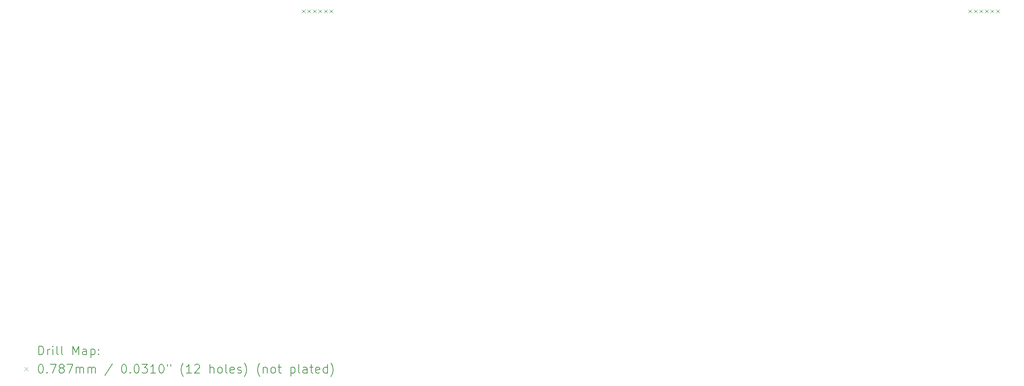
<source format=gbr>
%TF.GenerationSoftware,KiCad,Pcbnew,7.0.1-0*%
%TF.CreationDate,2023-05-15T19:07:50+09:00*%
%TF.ProjectId,Sandy_Plate_Base,53616e64-795f-4506-9c61-74655f426173,v.0*%
%TF.SameCoordinates,Original*%
%TF.FileFunction,Drillmap*%
%TF.FilePolarity,Positive*%
%FSLAX45Y45*%
G04 Gerber Fmt 4.5, Leading zero omitted, Abs format (unit mm)*
G04 Created by KiCad (PCBNEW 7.0.1-0) date 2023-05-15 19:07:50*
%MOMM*%
%LPD*%
G01*
G04 APERTURE LIST*
%ADD10C,0.200000*%
%ADD11C,0.078740*%
G04 APERTURE END LIST*
D10*
D11*
X8004115Y-3653158D02*
X8082855Y-3731898D01*
X8082855Y-3653158D02*
X8004115Y-3731898D01*
X8131115Y-3653158D02*
X8209855Y-3731898D01*
X8209855Y-3653158D02*
X8131115Y-3731898D01*
X8258115Y-3653158D02*
X8336855Y-3731898D01*
X8336855Y-3653158D02*
X8258115Y-3731898D01*
X8385115Y-3653158D02*
X8463855Y-3731898D01*
X8463855Y-3653158D02*
X8385115Y-3731898D01*
X8512115Y-3653158D02*
X8590855Y-3731898D01*
X8590855Y-3653158D02*
X8512115Y-3731898D01*
X8639115Y-3653158D02*
X8717855Y-3731898D01*
X8717855Y-3653158D02*
X8639115Y-3731898D01*
X23267879Y-3653158D02*
X23346619Y-3731898D01*
X23346619Y-3653158D02*
X23267879Y-3731898D01*
X23394879Y-3653158D02*
X23473619Y-3731898D01*
X23473619Y-3653158D02*
X23394879Y-3731898D01*
X23521879Y-3653158D02*
X23600619Y-3731898D01*
X23600619Y-3653158D02*
X23521879Y-3731898D01*
X23648879Y-3653158D02*
X23727619Y-3731898D01*
X23727619Y-3653158D02*
X23648879Y-3731898D01*
X23775879Y-3653158D02*
X23854619Y-3731898D01*
X23854619Y-3653158D02*
X23775879Y-3731898D01*
X23902879Y-3653158D02*
X23981619Y-3731898D01*
X23981619Y-3653158D02*
X23902879Y-3731898D01*
D10*
X1979853Y-11575052D02*
X1979853Y-11375052D01*
X1979853Y-11375052D02*
X2027472Y-11375052D01*
X2027472Y-11375052D02*
X2056044Y-11384576D01*
X2056044Y-11384576D02*
X2075092Y-11403623D01*
X2075092Y-11403623D02*
X2084615Y-11422671D01*
X2084615Y-11422671D02*
X2094139Y-11460766D01*
X2094139Y-11460766D02*
X2094139Y-11489337D01*
X2094139Y-11489337D02*
X2084615Y-11527433D01*
X2084615Y-11527433D02*
X2075092Y-11546480D01*
X2075092Y-11546480D02*
X2056044Y-11565528D01*
X2056044Y-11565528D02*
X2027472Y-11575052D01*
X2027472Y-11575052D02*
X1979853Y-11575052D01*
X2179854Y-11575052D02*
X2179854Y-11441718D01*
X2179854Y-11479814D02*
X2189377Y-11460766D01*
X2189377Y-11460766D02*
X2198901Y-11451242D01*
X2198901Y-11451242D02*
X2217949Y-11441718D01*
X2217949Y-11441718D02*
X2236996Y-11441718D01*
X2303663Y-11575052D02*
X2303663Y-11441718D01*
X2303663Y-11375052D02*
X2294139Y-11384576D01*
X2294139Y-11384576D02*
X2303663Y-11394099D01*
X2303663Y-11394099D02*
X2313187Y-11384576D01*
X2313187Y-11384576D02*
X2303663Y-11375052D01*
X2303663Y-11375052D02*
X2303663Y-11394099D01*
X2427473Y-11575052D02*
X2408425Y-11565528D01*
X2408425Y-11565528D02*
X2398901Y-11546480D01*
X2398901Y-11546480D02*
X2398901Y-11375052D01*
X2532234Y-11575052D02*
X2513187Y-11565528D01*
X2513187Y-11565528D02*
X2503663Y-11546480D01*
X2503663Y-11546480D02*
X2503663Y-11375052D01*
X2760806Y-11575052D02*
X2760806Y-11375052D01*
X2760806Y-11375052D02*
X2827473Y-11517909D01*
X2827473Y-11517909D02*
X2894139Y-11375052D01*
X2894139Y-11375052D02*
X2894139Y-11575052D01*
X3075092Y-11575052D02*
X3075092Y-11470290D01*
X3075092Y-11470290D02*
X3065568Y-11451242D01*
X3065568Y-11451242D02*
X3046520Y-11441718D01*
X3046520Y-11441718D02*
X3008425Y-11441718D01*
X3008425Y-11441718D02*
X2989377Y-11451242D01*
X3075092Y-11565528D02*
X3056044Y-11575052D01*
X3056044Y-11575052D02*
X3008425Y-11575052D01*
X3008425Y-11575052D02*
X2989377Y-11565528D01*
X2989377Y-11565528D02*
X2979853Y-11546480D01*
X2979853Y-11546480D02*
X2979853Y-11527433D01*
X2979853Y-11527433D02*
X2989377Y-11508385D01*
X2989377Y-11508385D02*
X3008425Y-11498861D01*
X3008425Y-11498861D02*
X3056044Y-11498861D01*
X3056044Y-11498861D02*
X3075092Y-11489337D01*
X3170330Y-11441718D02*
X3170330Y-11641718D01*
X3170330Y-11451242D02*
X3189377Y-11441718D01*
X3189377Y-11441718D02*
X3227473Y-11441718D01*
X3227473Y-11441718D02*
X3246520Y-11451242D01*
X3246520Y-11451242D02*
X3256044Y-11460766D01*
X3256044Y-11460766D02*
X3265568Y-11479814D01*
X3265568Y-11479814D02*
X3265568Y-11536956D01*
X3265568Y-11536956D02*
X3256044Y-11556004D01*
X3256044Y-11556004D02*
X3246520Y-11565528D01*
X3246520Y-11565528D02*
X3227473Y-11575052D01*
X3227473Y-11575052D02*
X3189377Y-11575052D01*
X3189377Y-11575052D02*
X3170330Y-11565528D01*
X3351282Y-11556004D02*
X3360806Y-11565528D01*
X3360806Y-11565528D02*
X3351282Y-11575052D01*
X3351282Y-11575052D02*
X3341758Y-11565528D01*
X3341758Y-11565528D02*
X3351282Y-11556004D01*
X3351282Y-11556004D02*
X3351282Y-11575052D01*
X3351282Y-11451242D02*
X3360806Y-11460766D01*
X3360806Y-11460766D02*
X3351282Y-11470290D01*
X3351282Y-11470290D02*
X3341758Y-11460766D01*
X3341758Y-11460766D02*
X3351282Y-11451242D01*
X3351282Y-11451242D02*
X3351282Y-11470290D01*
D11*
X1653494Y-11863158D02*
X1732234Y-11941898D01*
X1732234Y-11863158D02*
X1653494Y-11941898D01*
D10*
X2017949Y-11795052D02*
X2036996Y-11795052D01*
X2036996Y-11795052D02*
X2056044Y-11804576D01*
X2056044Y-11804576D02*
X2065568Y-11814099D01*
X2065568Y-11814099D02*
X2075092Y-11833147D01*
X2075092Y-11833147D02*
X2084615Y-11871242D01*
X2084615Y-11871242D02*
X2084615Y-11918861D01*
X2084615Y-11918861D02*
X2075092Y-11956956D01*
X2075092Y-11956956D02*
X2065568Y-11976004D01*
X2065568Y-11976004D02*
X2056044Y-11985528D01*
X2056044Y-11985528D02*
X2036996Y-11995052D01*
X2036996Y-11995052D02*
X2017949Y-11995052D01*
X2017949Y-11995052D02*
X1998901Y-11985528D01*
X1998901Y-11985528D02*
X1989377Y-11976004D01*
X1989377Y-11976004D02*
X1979853Y-11956956D01*
X1979853Y-11956956D02*
X1970330Y-11918861D01*
X1970330Y-11918861D02*
X1970330Y-11871242D01*
X1970330Y-11871242D02*
X1979853Y-11833147D01*
X1979853Y-11833147D02*
X1989377Y-11814099D01*
X1989377Y-11814099D02*
X1998901Y-11804576D01*
X1998901Y-11804576D02*
X2017949Y-11795052D01*
X2170330Y-11976004D02*
X2179854Y-11985528D01*
X2179854Y-11985528D02*
X2170330Y-11995052D01*
X2170330Y-11995052D02*
X2160806Y-11985528D01*
X2160806Y-11985528D02*
X2170330Y-11976004D01*
X2170330Y-11976004D02*
X2170330Y-11995052D01*
X2246520Y-11795052D02*
X2379854Y-11795052D01*
X2379854Y-11795052D02*
X2294139Y-11995052D01*
X2484615Y-11880766D02*
X2465568Y-11871242D01*
X2465568Y-11871242D02*
X2456044Y-11861718D01*
X2456044Y-11861718D02*
X2446520Y-11842671D01*
X2446520Y-11842671D02*
X2446520Y-11833147D01*
X2446520Y-11833147D02*
X2456044Y-11814099D01*
X2456044Y-11814099D02*
X2465568Y-11804576D01*
X2465568Y-11804576D02*
X2484615Y-11795052D01*
X2484615Y-11795052D02*
X2522711Y-11795052D01*
X2522711Y-11795052D02*
X2541758Y-11804576D01*
X2541758Y-11804576D02*
X2551282Y-11814099D01*
X2551282Y-11814099D02*
X2560806Y-11833147D01*
X2560806Y-11833147D02*
X2560806Y-11842671D01*
X2560806Y-11842671D02*
X2551282Y-11861718D01*
X2551282Y-11861718D02*
X2541758Y-11871242D01*
X2541758Y-11871242D02*
X2522711Y-11880766D01*
X2522711Y-11880766D02*
X2484615Y-11880766D01*
X2484615Y-11880766D02*
X2465568Y-11890290D01*
X2465568Y-11890290D02*
X2456044Y-11899814D01*
X2456044Y-11899814D02*
X2446520Y-11918861D01*
X2446520Y-11918861D02*
X2446520Y-11956956D01*
X2446520Y-11956956D02*
X2456044Y-11976004D01*
X2456044Y-11976004D02*
X2465568Y-11985528D01*
X2465568Y-11985528D02*
X2484615Y-11995052D01*
X2484615Y-11995052D02*
X2522711Y-11995052D01*
X2522711Y-11995052D02*
X2541758Y-11985528D01*
X2541758Y-11985528D02*
X2551282Y-11976004D01*
X2551282Y-11976004D02*
X2560806Y-11956956D01*
X2560806Y-11956956D02*
X2560806Y-11918861D01*
X2560806Y-11918861D02*
X2551282Y-11899814D01*
X2551282Y-11899814D02*
X2541758Y-11890290D01*
X2541758Y-11890290D02*
X2522711Y-11880766D01*
X2627473Y-11795052D02*
X2760806Y-11795052D01*
X2760806Y-11795052D02*
X2675092Y-11995052D01*
X2836996Y-11995052D02*
X2836996Y-11861718D01*
X2836996Y-11880766D02*
X2846520Y-11871242D01*
X2846520Y-11871242D02*
X2865568Y-11861718D01*
X2865568Y-11861718D02*
X2894139Y-11861718D01*
X2894139Y-11861718D02*
X2913187Y-11871242D01*
X2913187Y-11871242D02*
X2922711Y-11890290D01*
X2922711Y-11890290D02*
X2922711Y-11995052D01*
X2922711Y-11890290D02*
X2932234Y-11871242D01*
X2932234Y-11871242D02*
X2951282Y-11861718D01*
X2951282Y-11861718D02*
X2979853Y-11861718D01*
X2979853Y-11861718D02*
X2998901Y-11871242D01*
X2998901Y-11871242D02*
X3008425Y-11890290D01*
X3008425Y-11890290D02*
X3008425Y-11995052D01*
X3103663Y-11995052D02*
X3103663Y-11861718D01*
X3103663Y-11880766D02*
X3113187Y-11871242D01*
X3113187Y-11871242D02*
X3132234Y-11861718D01*
X3132234Y-11861718D02*
X3160806Y-11861718D01*
X3160806Y-11861718D02*
X3179854Y-11871242D01*
X3179854Y-11871242D02*
X3189377Y-11890290D01*
X3189377Y-11890290D02*
X3189377Y-11995052D01*
X3189377Y-11890290D02*
X3198901Y-11871242D01*
X3198901Y-11871242D02*
X3217949Y-11861718D01*
X3217949Y-11861718D02*
X3246520Y-11861718D01*
X3246520Y-11861718D02*
X3265568Y-11871242D01*
X3265568Y-11871242D02*
X3275092Y-11890290D01*
X3275092Y-11890290D02*
X3275092Y-11995052D01*
X3665568Y-11785528D02*
X3494139Y-12042671D01*
X3922711Y-11795052D02*
X3941758Y-11795052D01*
X3941758Y-11795052D02*
X3960806Y-11804576D01*
X3960806Y-11804576D02*
X3970330Y-11814099D01*
X3970330Y-11814099D02*
X3979854Y-11833147D01*
X3979854Y-11833147D02*
X3989377Y-11871242D01*
X3989377Y-11871242D02*
X3989377Y-11918861D01*
X3989377Y-11918861D02*
X3979854Y-11956956D01*
X3979854Y-11956956D02*
X3970330Y-11976004D01*
X3970330Y-11976004D02*
X3960806Y-11985528D01*
X3960806Y-11985528D02*
X3941758Y-11995052D01*
X3941758Y-11995052D02*
X3922711Y-11995052D01*
X3922711Y-11995052D02*
X3903663Y-11985528D01*
X3903663Y-11985528D02*
X3894139Y-11976004D01*
X3894139Y-11976004D02*
X3884616Y-11956956D01*
X3884616Y-11956956D02*
X3875092Y-11918861D01*
X3875092Y-11918861D02*
X3875092Y-11871242D01*
X3875092Y-11871242D02*
X3884616Y-11833147D01*
X3884616Y-11833147D02*
X3894139Y-11814099D01*
X3894139Y-11814099D02*
X3903663Y-11804576D01*
X3903663Y-11804576D02*
X3922711Y-11795052D01*
X4075092Y-11976004D02*
X4084616Y-11985528D01*
X4084616Y-11985528D02*
X4075092Y-11995052D01*
X4075092Y-11995052D02*
X4065568Y-11985528D01*
X4065568Y-11985528D02*
X4075092Y-11976004D01*
X4075092Y-11976004D02*
X4075092Y-11995052D01*
X4208425Y-11795052D02*
X4227473Y-11795052D01*
X4227473Y-11795052D02*
X4246520Y-11804576D01*
X4246520Y-11804576D02*
X4256044Y-11814099D01*
X4256044Y-11814099D02*
X4265568Y-11833147D01*
X4265568Y-11833147D02*
X4275092Y-11871242D01*
X4275092Y-11871242D02*
X4275092Y-11918861D01*
X4275092Y-11918861D02*
X4265568Y-11956956D01*
X4265568Y-11956956D02*
X4256044Y-11976004D01*
X4256044Y-11976004D02*
X4246520Y-11985528D01*
X4246520Y-11985528D02*
X4227473Y-11995052D01*
X4227473Y-11995052D02*
X4208425Y-11995052D01*
X4208425Y-11995052D02*
X4189377Y-11985528D01*
X4189377Y-11985528D02*
X4179854Y-11976004D01*
X4179854Y-11976004D02*
X4170330Y-11956956D01*
X4170330Y-11956956D02*
X4160806Y-11918861D01*
X4160806Y-11918861D02*
X4160806Y-11871242D01*
X4160806Y-11871242D02*
X4170330Y-11833147D01*
X4170330Y-11833147D02*
X4179854Y-11814099D01*
X4179854Y-11814099D02*
X4189377Y-11804576D01*
X4189377Y-11804576D02*
X4208425Y-11795052D01*
X4341759Y-11795052D02*
X4465568Y-11795052D01*
X4465568Y-11795052D02*
X4398901Y-11871242D01*
X4398901Y-11871242D02*
X4427473Y-11871242D01*
X4427473Y-11871242D02*
X4446520Y-11880766D01*
X4446520Y-11880766D02*
X4456044Y-11890290D01*
X4456044Y-11890290D02*
X4465568Y-11909337D01*
X4465568Y-11909337D02*
X4465568Y-11956956D01*
X4465568Y-11956956D02*
X4456044Y-11976004D01*
X4456044Y-11976004D02*
X4446520Y-11985528D01*
X4446520Y-11985528D02*
X4427473Y-11995052D01*
X4427473Y-11995052D02*
X4370330Y-11995052D01*
X4370330Y-11995052D02*
X4351282Y-11985528D01*
X4351282Y-11985528D02*
X4341759Y-11976004D01*
X4656044Y-11995052D02*
X4541759Y-11995052D01*
X4598901Y-11995052D02*
X4598901Y-11795052D01*
X4598901Y-11795052D02*
X4579854Y-11823623D01*
X4579854Y-11823623D02*
X4560806Y-11842671D01*
X4560806Y-11842671D02*
X4541759Y-11852195D01*
X4779854Y-11795052D02*
X4798901Y-11795052D01*
X4798901Y-11795052D02*
X4817949Y-11804576D01*
X4817949Y-11804576D02*
X4827473Y-11814099D01*
X4827473Y-11814099D02*
X4836997Y-11833147D01*
X4836997Y-11833147D02*
X4846520Y-11871242D01*
X4846520Y-11871242D02*
X4846520Y-11918861D01*
X4846520Y-11918861D02*
X4836997Y-11956956D01*
X4836997Y-11956956D02*
X4827473Y-11976004D01*
X4827473Y-11976004D02*
X4817949Y-11985528D01*
X4817949Y-11985528D02*
X4798901Y-11995052D01*
X4798901Y-11995052D02*
X4779854Y-11995052D01*
X4779854Y-11995052D02*
X4760806Y-11985528D01*
X4760806Y-11985528D02*
X4751282Y-11976004D01*
X4751282Y-11976004D02*
X4741759Y-11956956D01*
X4741759Y-11956956D02*
X4732235Y-11918861D01*
X4732235Y-11918861D02*
X4732235Y-11871242D01*
X4732235Y-11871242D02*
X4741759Y-11833147D01*
X4741759Y-11833147D02*
X4751282Y-11814099D01*
X4751282Y-11814099D02*
X4760806Y-11804576D01*
X4760806Y-11804576D02*
X4779854Y-11795052D01*
X4922711Y-11795052D02*
X4922711Y-11833147D01*
X4998901Y-11795052D02*
X4998901Y-11833147D01*
X5294140Y-12071242D02*
X5284616Y-12061718D01*
X5284616Y-12061718D02*
X5265568Y-12033147D01*
X5265568Y-12033147D02*
X5256044Y-12014099D01*
X5256044Y-12014099D02*
X5246521Y-11985528D01*
X5246521Y-11985528D02*
X5236997Y-11937909D01*
X5236997Y-11937909D02*
X5236997Y-11899814D01*
X5236997Y-11899814D02*
X5246521Y-11852195D01*
X5246521Y-11852195D02*
X5256044Y-11823623D01*
X5256044Y-11823623D02*
X5265568Y-11804576D01*
X5265568Y-11804576D02*
X5284616Y-11776004D01*
X5284616Y-11776004D02*
X5294140Y-11766480D01*
X5475092Y-11995052D02*
X5360806Y-11995052D01*
X5417949Y-11995052D02*
X5417949Y-11795052D01*
X5417949Y-11795052D02*
X5398901Y-11823623D01*
X5398901Y-11823623D02*
X5379854Y-11842671D01*
X5379854Y-11842671D02*
X5360806Y-11852195D01*
X5551282Y-11814099D02*
X5560806Y-11804576D01*
X5560806Y-11804576D02*
X5579854Y-11795052D01*
X5579854Y-11795052D02*
X5627473Y-11795052D01*
X5627473Y-11795052D02*
X5646520Y-11804576D01*
X5646520Y-11804576D02*
X5656044Y-11814099D01*
X5656044Y-11814099D02*
X5665568Y-11833147D01*
X5665568Y-11833147D02*
X5665568Y-11852195D01*
X5665568Y-11852195D02*
X5656044Y-11880766D01*
X5656044Y-11880766D02*
X5541759Y-11995052D01*
X5541759Y-11995052D02*
X5665568Y-11995052D01*
X5903663Y-11995052D02*
X5903663Y-11795052D01*
X5989378Y-11995052D02*
X5989378Y-11890290D01*
X5989378Y-11890290D02*
X5979854Y-11871242D01*
X5979854Y-11871242D02*
X5960806Y-11861718D01*
X5960806Y-11861718D02*
X5932235Y-11861718D01*
X5932235Y-11861718D02*
X5913187Y-11871242D01*
X5913187Y-11871242D02*
X5903663Y-11880766D01*
X6113187Y-11995052D02*
X6094140Y-11985528D01*
X6094140Y-11985528D02*
X6084616Y-11976004D01*
X6084616Y-11976004D02*
X6075092Y-11956956D01*
X6075092Y-11956956D02*
X6075092Y-11899814D01*
X6075092Y-11899814D02*
X6084616Y-11880766D01*
X6084616Y-11880766D02*
X6094140Y-11871242D01*
X6094140Y-11871242D02*
X6113187Y-11861718D01*
X6113187Y-11861718D02*
X6141759Y-11861718D01*
X6141759Y-11861718D02*
X6160806Y-11871242D01*
X6160806Y-11871242D02*
X6170330Y-11880766D01*
X6170330Y-11880766D02*
X6179854Y-11899814D01*
X6179854Y-11899814D02*
X6179854Y-11956956D01*
X6179854Y-11956956D02*
X6170330Y-11976004D01*
X6170330Y-11976004D02*
X6160806Y-11985528D01*
X6160806Y-11985528D02*
X6141759Y-11995052D01*
X6141759Y-11995052D02*
X6113187Y-11995052D01*
X6294140Y-11995052D02*
X6275092Y-11985528D01*
X6275092Y-11985528D02*
X6265568Y-11966480D01*
X6265568Y-11966480D02*
X6265568Y-11795052D01*
X6446521Y-11985528D02*
X6427473Y-11995052D01*
X6427473Y-11995052D02*
X6389378Y-11995052D01*
X6389378Y-11995052D02*
X6370330Y-11985528D01*
X6370330Y-11985528D02*
X6360806Y-11966480D01*
X6360806Y-11966480D02*
X6360806Y-11890290D01*
X6360806Y-11890290D02*
X6370330Y-11871242D01*
X6370330Y-11871242D02*
X6389378Y-11861718D01*
X6389378Y-11861718D02*
X6427473Y-11861718D01*
X6427473Y-11861718D02*
X6446521Y-11871242D01*
X6446521Y-11871242D02*
X6456044Y-11890290D01*
X6456044Y-11890290D02*
X6456044Y-11909337D01*
X6456044Y-11909337D02*
X6360806Y-11928385D01*
X6532235Y-11985528D02*
X6551282Y-11995052D01*
X6551282Y-11995052D02*
X6589378Y-11995052D01*
X6589378Y-11995052D02*
X6608425Y-11985528D01*
X6608425Y-11985528D02*
X6617949Y-11966480D01*
X6617949Y-11966480D02*
X6617949Y-11956956D01*
X6617949Y-11956956D02*
X6608425Y-11937909D01*
X6608425Y-11937909D02*
X6589378Y-11928385D01*
X6589378Y-11928385D02*
X6560806Y-11928385D01*
X6560806Y-11928385D02*
X6541759Y-11918861D01*
X6541759Y-11918861D02*
X6532235Y-11899814D01*
X6532235Y-11899814D02*
X6532235Y-11890290D01*
X6532235Y-11890290D02*
X6541759Y-11871242D01*
X6541759Y-11871242D02*
X6560806Y-11861718D01*
X6560806Y-11861718D02*
X6589378Y-11861718D01*
X6589378Y-11861718D02*
X6608425Y-11871242D01*
X6684616Y-12071242D02*
X6694140Y-12061718D01*
X6694140Y-12061718D02*
X6713187Y-12033147D01*
X6713187Y-12033147D02*
X6722711Y-12014099D01*
X6722711Y-12014099D02*
X6732235Y-11985528D01*
X6732235Y-11985528D02*
X6741759Y-11937909D01*
X6741759Y-11937909D02*
X6741759Y-11899814D01*
X6741759Y-11899814D02*
X6732235Y-11852195D01*
X6732235Y-11852195D02*
X6722711Y-11823623D01*
X6722711Y-11823623D02*
X6713187Y-11804576D01*
X6713187Y-11804576D02*
X6694140Y-11776004D01*
X6694140Y-11776004D02*
X6684616Y-11766480D01*
X7046521Y-12071242D02*
X7036997Y-12061718D01*
X7036997Y-12061718D02*
X7017949Y-12033147D01*
X7017949Y-12033147D02*
X7008425Y-12014099D01*
X7008425Y-12014099D02*
X6998902Y-11985528D01*
X6998902Y-11985528D02*
X6989378Y-11937909D01*
X6989378Y-11937909D02*
X6989378Y-11899814D01*
X6989378Y-11899814D02*
X6998902Y-11852195D01*
X6998902Y-11852195D02*
X7008425Y-11823623D01*
X7008425Y-11823623D02*
X7017949Y-11804576D01*
X7017949Y-11804576D02*
X7036997Y-11776004D01*
X7036997Y-11776004D02*
X7046521Y-11766480D01*
X7122711Y-11861718D02*
X7122711Y-11995052D01*
X7122711Y-11880766D02*
X7132235Y-11871242D01*
X7132235Y-11871242D02*
X7151282Y-11861718D01*
X7151282Y-11861718D02*
X7179854Y-11861718D01*
X7179854Y-11861718D02*
X7198902Y-11871242D01*
X7198902Y-11871242D02*
X7208425Y-11890290D01*
X7208425Y-11890290D02*
X7208425Y-11995052D01*
X7332235Y-11995052D02*
X7313187Y-11985528D01*
X7313187Y-11985528D02*
X7303663Y-11976004D01*
X7303663Y-11976004D02*
X7294140Y-11956956D01*
X7294140Y-11956956D02*
X7294140Y-11899814D01*
X7294140Y-11899814D02*
X7303663Y-11880766D01*
X7303663Y-11880766D02*
X7313187Y-11871242D01*
X7313187Y-11871242D02*
X7332235Y-11861718D01*
X7332235Y-11861718D02*
X7360806Y-11861718D01*
X7360806Y-11861718D02*
X7379854Y-11871242D01*
X7379854Y-11871242D02*
X7389378Y-11880766D01*
X7389378Y-11880766D02*
X7398902Y-11899814D01*
X7398902Y-11899814D02*
X7398902Y-11956956D01*
X7398902Y-11956956D02*
X7389378Y-11976004D01*
X7389378Y-11976004D02*
X7379854Y-11985528D01*
X7379854Y-11985528D02*
X7360806Y-11995052D01*
X7360806Y-11995052D02*
X7332235Y-11995052D01*
X7456044Y-11861718D02*
X7532235Y-11861718D01*
X7484616Y-11795052D02*
X7484616Y-11966480D01*
X7484616Y-11966480D02*
X7494140Y-11985528D01*
X7494140Y-11985528D02*
X7513187Y-11995052D01*
X7513187Y-11995052D02*
X7532235Y-11995052D01*
X7751283Y-11861718D02*
X7751283Y-12061718D01*
X7751283Y-11871242D02*
X7770330Y-11861718D01*
X7770330Y-11861718D02*
X7808425Y-11861718D01*
X7808425Y-11861718D02*
X7827473Y-11871242D01*
X7827473Y-11871242D02*
X7836997Y-11880766D01*
X7836997Y-11880766D02*
X7846521Y-11899814D01*
X7846521Y-11899814D02*
X7846521Y-11956956D01*
X7846521Y-11956956D02*
X7836997Y-11976004D01*
X7836997Y-11976004D02*
X7827473Y-11985528D01*
X7827473Y-11985528D02*
X7808425Y-11995052D01*
X7808425Y-11995052D02*
X7770330Y-11995052D01*
X7770330Y-11995052D02*
X7751283Y-11985528D01*
X7960806Y-11995052D02*
X7941759Y-11985528D01*
X7941759Y-11985528D02*
X7932235Y-11966480D01*
X7932235Y-11966480D02*
X7932235Y-11795052D01*
X8122711Y-11995052D02*
X8122711Y-11890290D01*
X8122711Y-11890290D02*
X8113187Y-11871242D01*
X8113187Y-11871242D02*
X8094140Y-11861718D01*
X8094140Y-11861718D02*
X8056044Y-11861718D01*
X8056044Y-11861718D02*
X8036997Y-11871242D01*
X8122711Y-11985528D02*
X8103664Y-11995052D01*
X8103664Y-11995052D02*
X8056044Y-11995052D01*
X8056044Y-11995052D02*
X8036997Y-11985528D01*
X8036997Y-11985528D02*
X8027473Y-11966480D01*
X8027473Y-11966480D02*
X8027473Y-11947433D01*
X8027473Y-11947433D02*
X8036997Y-11928385D01*
X8036997Y-11928385D02*
X8056044Y-11918861D01*
X8056044Y-11918861D02*
X8103664Y-11918861D01*
X8103664Y-11918861D02*
X8122711Y-11909337D01*
X8189378Y-11861718D02*
X8265568Y-11861718D01*
X8217949Y-11795052D02*
X8217949Y-11966480D01*
X8217949Y-11966480D02*
X8227473Y-11985528D01*
X8227473Y-11985528D02*
X8246521Y-11995052D01*
X8246521Y-11995052D02*
X8265568Y-11995052D01*
X8408426Y-11985528D02*
X8389378Y-11995052D01*
X8389378Y-11995052D02*
X8351283Y-11995052D01*
X8351283Y-11995052D02*
X8332235Y-11985528D01*
X8332235Y-11985528D02*
X8322711Y-11966480D01*
X8322711Y-11966480D02*
X8322711Y-11890290D01*
X8322711Y-11890290D02*
X8332235Y-11871242D01*
X8332235Y-11871242D02*
X8351283Y-11861718D01*
X8351283Y-11861718D02*
X8389378Y-11861718D01*
X8389378Y-11861718D02*
X8408426Y-11871242D01*
X8408426Y-11871242D02*
X8417949Y-11890290D01*
X8417949Y-11890290D02*
X8417949Y-11909337D01*
X8417949Y-11909337D02*
X8322711Y-11928385D01*
X8589378Y-11995052D02*
X8589378Y-11795052D01*
X8589378Y-11985528D02*
X8570330Y-11995052D01*
X8570330Y-11995052D02*
X8532235Y-11995052D01*
X8532235Y-11995052D02*
X8513187Y-11985528D01*
X8513187Y-11985528D02*
X8503664Y-11976004D01*
X8503664Y-11976004D02*
X8494140Y-11956956D01*
X8494140Y-11956956D02*
X8494140Y-11899814D01*
X8494140Y-11899814D02*
X8503664Y-11880766D01*
X8503664Y-11880766D02*
X8513187Y-11871242D01*
X8513187Y-11871242D02*
X8532235Y-11861718D01*
X8532235Y-11861718D02*
X8570330Y-11861718D01*
X8570330Y-11861718D02*
X8589378Y-11871242D01*
X8665568Y-12071242D02*
X8675092Y-12061718D01*
X8675092Y-12061718D02*
X8694140Y-12033147D01*
X8694140Y-12033147D02*
X8703664Y-12014099D01*
X8703664Y-12014099D02*
X8713187Y-11985528D01*
X8713187Y-11985528D02*
X8722711Y-11937909D01*
X8722711Y-11937909D02*
X8722711Y-11899814D01*
X8722711Y-11899814D02*
X8713187Y-11852195D01*
X8713187Y-11852195D02*
X8703664Y-11823623D01*
X8703664Y-11823623D02*
X8694140Y-11804576D01*
X8694140Y-11804576D02*
X8675092Y-11776004D01*
X8675092Y-11776004D02*
X8665568Y-11766480D01*
M02*

</source>
